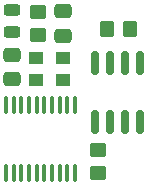
<source format=gbr>
%TF.GenerationSoftware,KiCad,Pcbnew,7.0.6-0*%
%TF.CreationDate,2023-10-30T11:37:55+11:00*%
%TF.ProjectId,controllino-can,636f6e74-726f-46c6-9c69-6e6f2d63616e,rev?*%
%TF.SameCoordinates,Original*%
%TF.FileFunction,Paste,Top*%
%TF.FilePolarity,Positive*%
%FSLAX46Y46*%
G04 Gerber Fmt 4.6, Leading zero omitted, Abs format (unit mm)*
G04 Created by KiCad (PCBNEW 7.0.6-0) date 2023-10-30 11:37:55*
%MOMM*%
%LPD*%
G01*
G04 APERTURE LIST*
G04 Aperture macros list*
%AMRoundRect*
0 Rectangle with rounded corners*
0 $1 Rounding radius*
0 $2 $3 $4 $5 $6 $7 $8 $9 X,Y pos of 4 corners*
0 Add a 4 corners polygon primitive as box body*
4,1,4,$2,$3,$4,$5,$6,$7,$8,$9,$2,$3,0*
0 Add four circle primitives for the rounded corners*
1,1,$1+$1,$2,$3*
1,1,$1+$1,$4,$5*
1,1,$1+$1,$6,$7*
1,1,$1+$1,$8,$9*
0 Add four rect primitives between the rounded corners*
20,1,$1+$1,$2,$3,$4,$5,0*
20,1,$1+$1,$4,$5,$6,$7,0*
20,1,$1+$1,$6,$7,$8,$9,0*
20,1,$1+$1,$8,$9,$2,$3,0*%
G04 Aperture macros list end*
%ADD10RoundRect,0.250000X0.450000X-0.350000X0.450000X0.350000X-0.450000X0.350000X-0.450000X-0.350000X0*%
%ADD11RoundRect,0.100000X-0.100000X0.637500X-0.100000X-0.637500X0.100000X-0.637500X0.100000X0.637500X0*%
%ADD12RoundRect,0.250000X-0.350000X-0.450000X0.350000X-0.450000X0.350000X0.450000X-0.350000X0.450000X0*%
%ADD13RoundRect,0.243750X0.456250X-0.243750X0.456250X0.243750X-0.456250X0.243750X-0.456250X-0.243750X0*%
%ADD14RoundRect,0.250000X-0.475000X0.337500X-0.475000X-0.337500X0.475000X-0.337500X0.475000X0.337500X0*%
%ADD15RoundRect,0.250000X0.475000X-0.337500X0.475000X0.337500X-0.475000X0.337500X-0.475000X-0.337500X0*%
%ADD16R,1.300000X1.100000*%
%ADD17RoundRect,0.150000X0.150000X-0.825000X0.150000X0.825000X-0.150000X0.825000X-0.150000X-0.825000X0*%
G04 APERTURE END LIST*
D10*
%TO.C,R6*%
X72771000Y-60706000D03*
X72771000Y-58706000D03*
%TD*%
D11*
%TO.C,U1*%
X75950000Y-66622500D03*
X75300000Y-66622500D03*
X74650000Y-66622500D03*
X74000000Y-66622500D03*
X73350000Y-66622500D03*
X72700000Y-66622500D03*
X72050000Y-66622500D03*
X71400000Y-66622500D03*
X70750000Y-66622500D03*
X70100000Y-66622500D03*
X70100000Y-72347500D03*
X70750000Y-72347500D03*
X71400000Y-72347500D03*
X72050000Y-72347500D03*
X72700000Y-72347500D03*
X73350000Y-72347500D03*
X74000000Y-72347500D03*
X74650000Y-72347500D03*
X75300000Y-72347500D03*
X75950000Y-72347500D03*
%TD*%
D12*
%TO.C,R1*%
X78629000Y-60198000D03*
X80629000Y-60198000D03*
%TD*%
D13*
%TO.C,D3*%
X70612000Y-60438000D03*
X70612000Y-58563000D03*
%TD*%
D10*
%TO.C,R4*%
X77851000Y-72374000D03*
X77851000Y-70374000D03*
%TD*%
D14*
%TO.C,C8*%
X74930000Y-58668500D03*
X74930000Y-60743500D03*
%TD*%
D15*
%TO.C,C9*%
X70612000Y-64405000D03*
X70612000Y-62330000D03*
%TD*%
D16*
%TO.C,Y2*%
X74965500Y-62648500D03*
X72665500Y-62648500D03*
X72665500Y-64448500D03*
X74965500Y-64448500D03*
%TD*%
D17*
%TO.C,U2*%
X77597000Y-68023000D03*
X78867000Y-68023000D03*
X80137000Y-68023000D03*
X81407000Y-68023000D03*
X81407000Y-63073000D03*
X80137000Y-63073000D03*
X78867000Y-63073000D03*
X77597000Y-63073000D03*
%TD*%
M02*

</source>
